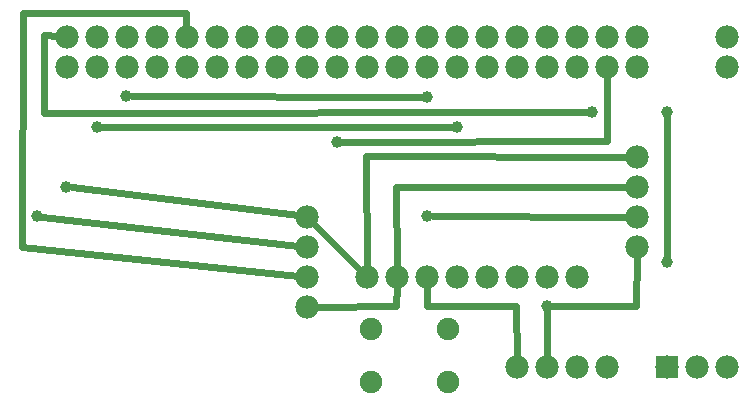
<source format=gtl>
G04 MADE WITH FRITZING*
G04 WWW.FRITZING.ORG*
G04 DOUBLE SIDED*
G04 HOLES PLATED*
G04 CONTOUR ON CENTER OF CONTOUR VECTOR*
%ASAXBY*%
%FSLAX23Y23*%
%MOIN*%
%OFA0B0*%
%SFA1.0B1.0*%
%ADD10C,0.039370*%
%ADD11C,0.078000*%
%ADD12C,0.075000*%
%ADD13R,0.078000X0.078000*%
%ADD14C,0.024000*%
%LNCOPPER1*%
G90*
G70*
G54D10*
X2198Y950D03*
X2198Y450D03*
X197Y700D03*
X1948Y950D03*
G54D11*
X2398Y1100D03*
X2398Y1200D03*
X1798Y100D03*
X1698Y100D03*
X1998Y100D03*
X1898Y100D03*
X998Y600D03*
X998Y500D03*
X998Y400D03*
X998Y300D03*
X1198Y400D03*
X1298Y400D03*
X1398Y400D03*
X1498Y400D03*
X1598Y400D03*
X1698Y400D03*
X1798Y400D03*
X1898Y400D03*
X2098Y800D03*
X2098Y700D03*
X2098Y600D03*
X2098Y500D03*
X198Y1200D03*
X198Y1100D03*
X1598Y1200D03*
X1598Y1100D03*
X1398Y1200D03*
X1398Y1100D03*
X1698Y1200D03*
X1698Y1100D03*
X1498Y1200D03*
X1498Y1100D03*
X1798Y1200D03*
X1798Y1100D03*
X1298Y1200D03*
X1298Y1100D03*
X1998Y1200D03*
X1998Y1100D03*
X1898Y1200D03*
X1898Y1100D03*
X2098Y1200D03*
X2098Y1100D03*
X598Y1200D03*
X598Y1100D03*
X698Y1200D03*
X698Y1100D03*
X498Y1200D03*
X498Y1100D03*
X298Y1200D03*
X298Y1100D03*
X398Y1200D03*
X398Y1100D03*
X1198Y1200D03*
X1198Y1100D03*
X1098Y1200D03*
X1098Y1100D03*
X998Y1200D03*
X998Y1100D03*
X798Y1200D03*
X798Y1100D03*
X898Y1200D03*
X898Y1100D03*
X2198Y100D03*
X2298Y100D03*
X2398Y100D03*
G54D10*
X298Y900D03*
X1498Y900D03*
X397Y1001D03*
X1398Y1000D03*
X98Y601D03*
X1399Y602D03*
X1098Y850D03*
G54D12*
X1470Y48D03*
X1214Y48D03*
X1470Y225D03*
X1214Y225D03*
G54D10*
X1798Y301D03*
G54D13*
X2198Y100D03*
G54D14*
X123Y1206D02*
X168Y1202D01*
D02*
X1929Y950D02*
X123Y946D01*
D02*
X123Y946D02*
X123Y1206D01*
D02*
X2198Y469D02*
X2198Y931D01*
D02*
X1418Y602D02*
X2068Y600D01*
D02*
X1798Y282D02*
X1798Y130D01*
D02*
X2098Y470D02*
X2097Y301D01*
D02*
X2097Y301D02*
X1817Y301D01*
D02*
X1697Y301D02*
X1698Y130D01*
D02*
X1398Y370D02*
X1398Y301D01*
D02*
X1398Y301D02*
X1697Y301D01*
D02*
X1197Y801D02*
X2068Y800D01*
D02*
X1198Y430D02*
X1197Y801D01*
D02*
X595Y1278D02*
X597Y1230D01*
D02*
X52Y1277D02*
X595Y1278D01*
D02*
X968Y503D02*
X116Y599D01*
D02*
X416Y1001D02*
X1379Y1000D01*
D02*
X317Y900D02*
X1479Y900D01*
D02*
X1297Y301D02*
X1298Y370D01*
D02*
X1028Y300D02*
X1297Y301D01*
D02*
X1297Y699D02*
X2068Y700D01*
D02*
X1298Y430D02*
X1297Y699D01*
D02*
X1177Y421D02*
X1019Y579D01*
D02*
X48Y500D02*
X52Y1277D01*
D02*
X968Y403D02*
X48Y500D01*
D02*
X216Y698D02*
X968Y604D01*
D02*
X1117Y850D02*
X1998Y851D01*
D02*
X1998Y851D02*
X1998Y1070D01*
G04 End of Copper1*
M02*
</source>
